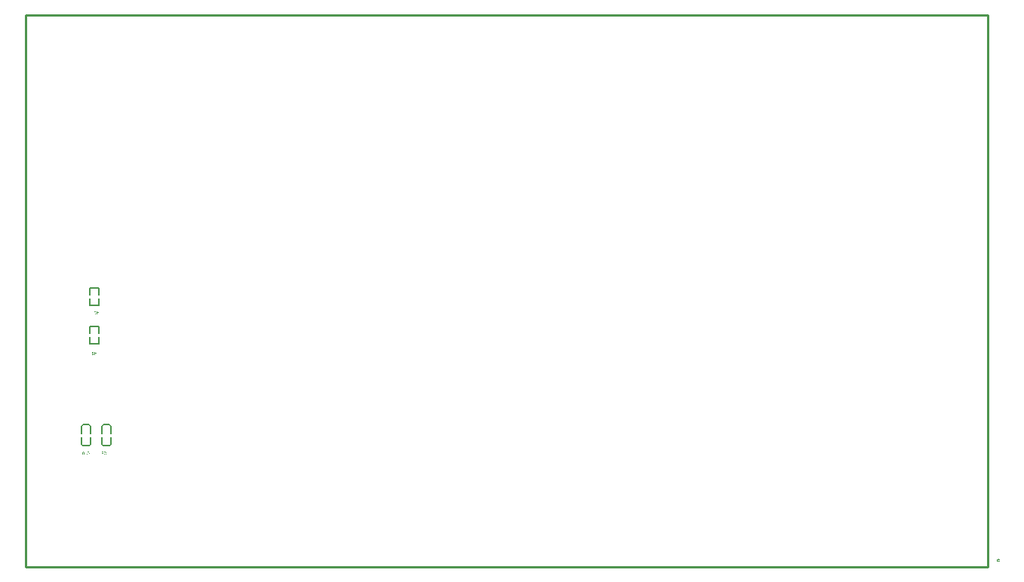
<source format=gbo>
G04*
G04 #@! TF.GenerationSoftware,Altium Limited,Altium Designer,25.0.2 (28)*
G04*
G04 Layer_Color=32896*
%FSLAX25Y25*%
%MOIN*%
G70*
G04*
G04 #@! TF.SameCoordinates,2A04F1A2-3F02-4B23-887A-497E0413F5F6*
G04*
G04*
G04 #@! TF.FilePolarity,Positive*
G04*
G01*
G75*
%ADD10C,0.01000*%
%ADD11C,0.00600*%
G36*
X434769Y3525D02*
X434798Y3547D01*
X434813Y3558D01*
X434825Y3568D01*
X434837Y3578D01*
X434845Y3585D01*
X434850Y3590D01*
X434852Y3591D01*
X434860Y3600D01*
X434871Y3611D01*
X434883Y3623D01*
X434895Y3636D01*
X434921Y3666D01*
X434948Y3698D01*
X434973Y3726D01*
X434984Y3739D01*
X434994Y3749D01*
X435001Y3759D01*
X435008Y3766D01*
X435011Y3771D01*
X435013Y3772D01*
X435039Y3802D01*
X435064Y3832D01*
X435086Y3857D01*
X435107Y3882D01*
X435127Y3903D01*
X435147Y3923D01*
X435164Y3942D01*
X435179Y3957D01*
X435192Y3972D01*
X435204Y3983D01*
X435214Y3993D01*
X435222Y4002D01*
X435228Y4007D01*
X435233Y4011D01*
X435235Y4015D01*
X435237D01*
X435267Y4040D01*
X435296Y4061D01*
X435323Y4079D01*
X435346Y4094D01*
X435364Y4106D01*
X435380Y4113D01*
X435389Y4118D01*
X435393Y4119D01*
X435421Y4129D01*
X435448Y4138D01*
X435474Y4143D01*
X435496Y4148D01*
X435516Y4149D01*
X435531Y4151D01*
X435540D01*
X435544D01*
X435572Y4149D01*
X435599Y4146D01*
X435624Y4141D01*
X435647Y4134D01*
X435690Y4116D01*
X435710Y4108D01*
X435726Y4098D01*
X435743Y4086D01*
X435756Y4078D01*
X435768Y4068D01*
X435778Y4060D01*
X435786Y4053D01*
X435791Y4048D01*
X435794Y4045D01*
X435796Y4043D01*
X435814Y4021D01*
X435829Y4000D01*
X435844Y3977D01*
X435856Y3952D01*
X435866Y3927D01*
X435874Y3903D01*
X435886Y3857D01*
X435891Y3836D01*
X435894Y3816D01*
X435896Y3797D01*
X435897Y3781D01*
X435899Y3769D01*
Y3751D01*
X435897Y3718D01*
X435896Y3686D01*
X435891Y3656D01*
X435884Y3630D01*
X435878Y3603D01*
X435869Y3580D01*
X435861Y3558D01*
X435853Y3538D01*
X435843Y3520D01*
X435834Y3505D01*
X435826Y3492D01*
X435819Y3480D01*
X435813Y3472D01*
X435808Y3465D01*
X435806Y3462D01*
X435804Y3460D01*
X435786Y3440D01*
X435766Y3424D01*
X435745Y3409D01*
X435721Y3396D01*
X435700Y3384D01*
X435677Y3374D01*
X435632Y3359D01*
X435612Y3352D01*
X435592Y3347D01*
X435575Y3344D01*
X435560Y3341D01*
X435547Y3339D01*
X435539D01*
X435532Y3337D01*
X435531D01*
X435514Y3498D01*
X435557Y3502D01*
X435594Y3509D01*
X435625Y3520D01*
X435653Y3533D01*
X435673Y3545D01*
X435690Y3557D01*
X435698Y3563D01*
X435702Y3567D01*
X435725Y3593D01*
X435741Y3623D01*
X435753Y3655D01*
X435761Y3683D01*
X435766Y3708D01*
X435768Y3719D01*
Y3729D01*
X435770Y3736D01*
Y3748D01*
X435766Y3786D01*
X435760Y3821D01*
X435750Y3850D01*
X435738Y3875D01*
X435725Y3895D01*
X435715Y3910D01*
X435708Y3918D01*
X435705Y3922D01*
X435680Y3945D01*
X435653Y3962D01*
X435629Y3973D01*
X435604Y3982D01*
X435582Y3986D01*
X435564Y3988D01*
X435557Y3990D01*
X435554D01*
X435550D01*
X435549D01*
X435532D01*
X435516Y3986D01*
X435481Y3978D01*
X435449Y3967D01*
X435421Y3953D01*
X435396Y3938D01*
X435386Y3932D01*
X435376Y3927D01*
X435369Y3922D01*
X435364Y3918D01*
X435361Y3917D01*
X435360Y3915D01*
X435340Y3900D01*
X435320Y3882D01*
X435298Y3862D01*
X435275Y3841D01*
X435230Y3794D01*
X435187Y3748D01*
X435167Y3726D01*
X435149Y3704D01*
X435132Y3684D01*
X435117Y3668D01*
X435106Y3655D01*
X435097Y3643D01*
X435091Y3636D01*
X435089Y3635D01*
X435049Y3587D01*
X435013Y3545D01*
X434979Y3510D01*
X434951Y3482D01*
X434928Y3459D01*
X434910Y3442D01*
X434903Y3437D01*
X434898Y3432D01*
X434896Y3430D01*
X434895Y3429D01*
X434863Y3404D01*
X434833Y3382D01*
X434805Y3366D01*
X434779Y3351D01*
X434757Y3339D01*
X434740Y3333D01*
X434734Y3329D01*
X434729Y3328D01*
X434727Y3326D01*
X434725D01*
X434705Y3319D01*
X434687Y3314D01*
X434669Y3311D01*
X434652Y3309D01*
X434637Y3308D01*
X434627D01*
X434621D01*
X434618D01*
Y4153D01*
X434769D01*
Y3525D01*
D02*
G37*
G36*
X435894Y2942D02*
X435157D01*
X435114Y2941D01*
X435074Y2939D01*
X435038Y2936D01*
X435004Y2931D01*
X434974Y2924D01*
X434948Y2918D01*
X434925Y2911D01*
X434905Y2903D01*
X434887Y2896D01*
X434871Y2888D01*
X434858Y2881D01*
X434848Y2876D01*
X434842Y2869D01*
X434837Y2866D01*
X434833Y2864D01*
X434832Y2863D01*
X434817Y2846D01*
X434805Y2828D01*
X434794Y2808D01*
X434784Y2788D01*
X434769Y2743D01*
X434759Y2700D01*
X434755Y2680D01*
X434754Y2660D01*
X434752Y2642D01*
X434750Y2627D01*
X434749Y2615D01*
Y2597D01*
X434750Y2557D01*
X434755Y2522D01*
X434762Y2491D01*
X434770Y2464D01*
X434777Y2443D01*
X434784Y2426D01*
X434789Y2416D01*
X434790Y2414D01*
Y2413D01*
X434808Y2386D01*
X434827Y2365D01*
X434848Y2347D01*
X434867Y2331D01*
X434885Y2320D01*
X434898Y2313D01*
X434908Y2308D01*
X434910Y2307D01*
X434911D01*
X434928Y2302D01*
X434945Y2297D01*
X434983Y2290D01*
X435024Y2283D01*
X435064Y2280D01*
X435082D01*
X435101Y2278D01*
X435115D01*
X435131Y2277D01*
X435140D01*
X435150D01*
X435155D01*
X435157D01*
X435894D01*
Y2107D01*
X435155D01*
X435119D01*
X435084Y2109D01*
X435051Y2112D01*
X435019Y2116D01*
X434991Y2119D01*
X434965Y2122D01*
X434941Y2127D01*
X434920Y2132D01*
X434900Y2136D01*
X434883Y2141D01*
X434868Y2144D01*
X434857Y2149D01*
X434847Y2151D01*
X434840Y2154D01*
X434837Y2156D01*
X434835D01*
X434794Y2177D01*
X434759Y2202D01*
X434727Y2229D01*
X434702Y2255D01*
X434682Y2280D01*
X434669Y2300D01*
X434664Y2307D01*
X434661Y2313D01*
X434657Y2317D01*
Y2318D01*
X434637Y2363D01*
X434622Y2413D01*
X434611Y2461D01*
X434604Y2507D01*
X434601Y2529D01*
X434599Y2549D01*
X434598Y2567D01*
Y2582D01*
X434596Y2596D01*
Y2612D01*
X434598Y2645D01*
X434599Y2678D01*
X434603Y2708D01*
X434608Y2737D01*
X434613Y2763D01*
X434618Y2786D01*
X434624Y2810D01*
X434631Y2829D01*
X434637Y2848D01*
X434644Y2864D01*
X434649Y2878D01*
X434654Y2889D01*
X434659Y2898D01*
X434662Y2904D01*
X434666Y2908D01*
Y2909D01*
X434679Y2929D01*
X434694Y2949D01*
X434725Y2982D01*
X434755Y3009D01*
X434785Y3030D01*
X434810Y3047D01*
X434822Y3054D01*
X434832Y3059D01*
X434838Y3062D01*
X434845Y3065D01*
X434848Y3067D01*
X434850D01*
X434871Y3075D01*
X434895Y3082D01*
X434945Y3094D01*
X434996Y3100D01*
X435046Y3107D01*
X435067Y3108D01*
X435089Y3110D01*
X435107D01*
X435124Y3112D01*
X435137D01*
X435147D01*
X435154D01*
X435155D01*
X435894D01*
Y2942D01*
D02*
G37*
G36*
X36436Y113650D02*
X36462Y113648D01*
X36512Y113638D01*
X36555Y113623D01*
X36573Y113615D01*
X36592Y113608D01*
X36607Y113600D01*
X36621Y113592D01*
X36633Y113584D01*
X36643Y113577D01*
X36651Y113572D01*
X36656Y113567D01*
X36660Y113565D01*
X36661Y113564D01*
X36680Y113547D01*
X36696Y113529D01*
X36724Y113489D01*
X36746Y113449D01*
X36764Y113411D01*
X36771Y113393D01*
X36776Y113376D01*
X36781Y113359D01*
X36784Y113348D01*
X36788Y113336D01*
X36789Y113328D01*
X36791Y113323D01*
Y113321D01*
X36635Y113293D01*
X36626Y113333D01*
X36617Y113368D01*
X36603Y113398D01*
X36590Y113421D01*
X36578Y113441D01*
X36568Y113454D01*
X36562Y113461D01*
X36558Y113464D01*
X36533Y113484D01*
X36509Y113497D01*
X36482Y113507D01*
X36459Y113515D01*
X36437Y113519D01*
X36419Y113520D01*
X36412Y113522D01*
X36404D01*
X36371Y113520D01*
X36343Y113514D01*
X36316Y113504D01*
X36294Y113494D01*
X36278Y113482D01*
X36265Y113474D01*
X36258Y113467D01*
X36255Y113464D01*
X36235Y113442D01*
X36220Y113417D01*
X36210Y113394D01*
X36202Y113373D01*
X36198Y113353D01*
X36197Y113338D01*
X36195Y113326D01*
Y113324D01*
Y113323D01*
X36197Y113303D01*
X36198Y113285D01*
X36208Y113251D01*
X36220Y113223D01*
X36235Y113200D01*
X36250Y113183D01*
X36263Y113170D01*
X36273Y113163D01*
X36275Y113160D01*
X36276D01*
X36306Y113144D01*
X36338Y113130D01*
X36367Y113122D01*
X36396Y113115D01*
X36419Y113112D01*
X36439Y113110D01*
X36446Y113109D01*
X36464D01*
X36472Y113110D01*
X36477Y113112D01*
X36480D01*
X36499Y112974D01*
X36475Y112979D01*
X36454Y112984D01*
X36434Y112988D01*
X36417Y112989D01*
X36406Y112991D01*
X36388D01*
X36348Y112988D01*
X36313Y112979D01*
X36283Y112969D01*
X36256Y112956D01*
X36236Y112943D01*
X36222Y112933D01*
X36211Y112925D01*
X36208Y112921D01*
X36195Y112908D01*
X36185Y112893D01*
X36167Y112865D01*
X36153Y112835D01*
X36145Y112807D01*
X36140Y112782D01*
X36138Y112770D01*
Y112762D01*
X36137Y112753D01*
Y112749D01*
Y112745D01*
Y112743D01*
Y112724D01*
X36140Y112704D01*
X36148Y112667D01*
X36162Y112634D01*
X36175Y112607D01*
X36188Y112584D01*
X36202Y112568D01*
X36206Y112563D01*
X36210Y112558D01*
X36211Y112556D01*
X36213Y112554D01*
X36228Y112541D01*
X36243Y112529D01*
X36275Y112510D01*
X36306Y112496D01*
X36336Y112488D01*
X36361Y112481D01*
X36373Y112480D01*
X36382D01*
X36389Y112478D01*
X36401D01*
X36434Y112481D01*
X36465Y112488D01*
X36492Y112496D01*
X36515Y112508D01*
X36535Y112518D01*
X36549Y112528D01*
X36557Y112534D01*
X36560Y112536D01*
X36572Y112548D01*
X36582Y112561D01*
X36600Y112592D01*
X36617Y112624D01*
X36628Y112655D01*
X36638Y112685D01*
X36641Y112697D01*
X36645Y112709D01*
X36646Y112717D01*
X36648Y112724D01*
X36650Y112729D01*
Y112730D01*
X36806Y112709D01*
X36803Y112679D01*
X36796Y112651D01*
X36789Y112626D01*
X36779Y112601D01*
X36769Y112577D01*
X36759Y112556D01*
X36748Y112536D01*
X36738Y112518D01*
X36726Y112503D01*
X36716Y112488D01*
X36706Y112476D01*
X36698Y112466D01*
X36690Y112458D01*
X36685Y112453D01*
X36681Y112450D01*
X36680Y112448D01*
X36658Y112430D01*
X36636Y112415D01*
X36613Y112402D01*
X36588Y112390D01*
X36565Y112382D01*
X36542Y112373D01*
X36499Y112362D01*
X36479Y112357D01*
X36459Y112353D01*
X36442Y112352D01*
X36429Y112350D01*
X36417Y112348D01*
X36401D01*
X36366Y112350D01*
X36334Y112353D01*
X36303Y112358D01*
X36275Y112367D01*
X36246Y112375D01*
X36222Y112385D01*
X36198Y112395D01*
X36177Y112407D01*
X36158Y112417D01*
X36142Y112426D01*
X36127Y112436D01*
X36115Y112445D01*
X36105Y112453D01*
X36099Y112458D01*
X36095Y112461D01*
X36094Y112463D01*
X36072Y112485D01*
X36054Y112508D01*
X36037Y112533D01*
X36022Y112556D01*
X36011Y112581D01*
X36001Y112604D01*
X35992Y112627D01*
X35986Y112649D01*
X35981Y112669D01*
X35977Y112687D01*
X35974Y112704D01*
X35972Y112719D01*
X35971Y112730D01*
Y112740D01*
Y112745D01*
Y112747D01*
X35974Y112792D01*
X35981Y112830D01*
X35991Y112865D01*
X36002Y112895D01*
X36014Y112919D01*
X36019Y112928D01*
X36024Y112936D01*
X36027Y112943D01*
X36031Y112948D01*
X36034Y112949D01*
Y112951D01*
X36059Y112979D01*
X36089Y113003D01*
X36117Y113022D01*
X36145Y113037D01*
X36170Y113047D01*
X36182Y113052D01*
X36192Y113056D01*
X36198Y113057D01*
X36205Y113059D01*
X36208Y113061D01*
X36210D01*
X36180Y113077D01*
X36153Y113094D01*
X36130Y113112D01*
X36112Y113130D01*
X36097Y113145D01*
X36087Y113157D01*
X36080Y113165D01*
X36079Y113169D01*
X36064Y113195D01*
X36052Y113222D01*
X36046Y113247D01*
X36039Y113270D01*
X36035Y113290D01*
X36034Y113306D01*
Y113316D01*
Y113318D01*
Y113320D01*
X36035Y113351D01*
X36040Y113381D01*
X36049Y113409D01*
X36057Y113434D01*
X36067Y113454D01*
X36074Y113471D01*
X36080Y113481D01*
X36082Y113482D01*
Y113484D01*
X36100Y113512D01*
X36122Y113535D01*
X36145Y113557D01*
X36167Y113575D01*
X36187Y113589D01*
X36202Y113598D01*
X36208Y113602D01*
X36213Y113605D01*
X36215Y113607D01*
X36217D01*
X36250Y113622D01*
X36283Y113633D01*
X36314Y113640D01*
X36344Y113647D01*
X36369Y113650D01*
X36381D01*
X36389Y113652D01*
X36407D01*
X36436Y113650D01*
D02*
G37*
G36*
X38029Y112370D02*
X37860D01*
Y112936D01*
X37641D01*
X37622Y112934D01*
X37606D01*
X37593Y112933D01*
X37583Y112931D01*
X37576D01*
X37573Y112929D01*
X37571D01*
X37543Y112919D01*
X37530Y112915D01*
X37518Y112908D01*
X37508Y112903D01*
X37501Y112898D01*
X37496Y112896D01*
X37495Y112895D01*
X37480Y112883D01*
X37465Y112871D01*
X37450Y112856D01*
X37437Y112841D01*
X37425Y112830D01*
X37417Y112818D01*
X37410Y112812D01*
X37408Y112808D01*
X37388Y112783D01*
X37369Y112755D01*
X37349Y112727D01*
X37329Y112699D01*
X37312Y112674D01*
X37304Y112662D01*
X37297Y112652D01*
X37292Y112646D01*
X37289Y112639D01*
X37286Y112636D01*
Y112634D01*
X37118Y112370D01*
X36905D01*
X37126Y112715D01*
X37151Y112752D01*
X37176Y112785D01*
X37199Y112815D01*
X37221Y112838D01*
X37241Y112858D01*
X37254Y112873D01*
X37264Y112881D01*
X37266Y112885D01*
X37267D01*
X37282Y112896D01*
X37297Y112908D01*
X37330Y112929D01*
X37345Y112938D01*
X37357Y112944D01*
X37365Y112948D01*
X37369Y112949D01*
X37335Y112954D01*
X37304Y112961D01*
X37276Y112969D01*
X37249Y112978D01*
X37224Y112988D01*
X37201Y112997D01*
X37181Y113007D01*
X37163Y113017D01*
X37148Y113027D01*
X37135Y113037D01*
X37123Y113046D01*
X37113Y113052D01*
X37106Y113059D01*
X37100Y113064D01*
X37098Y113066D01*
X37096Y113067D01*
X37081Y113085D01*
X37066Y113104D01*
X37055Y113124D01*
X37045Y113142D01*
X37030Y113180D01*
X37020Y113217D01*
X37013Y113248D01*
X37012Y113261D01*
X37010Y113273D01*
X37008Y113283D01*
Y113290D01*
Y113295D01*
Y113296D01*
X37010Y113335D01*
X37017Y113371D01*
X37025Y113404D01*
X37035Y113432D01*
X37045Y113456D01*
X37053Y113474D01*
X37056Y113481D01*
X37060Y113486D01*
X37061Y113487D01*
Y113489D01*
X37083Y113519D01*
X37106Y113545D01*
X37130Y113567D01*
X37153Y113584D01*
X37173Y113597D01*
X37189Y113605D01*
X37196Y113608D01*
X37201Y113610D01*
X37203Y113612D01*
X37204D01*
X37221Y113618D01*
X37241Y113623D01*
X37282Y113632D01*
X37325Y113638D01*
X37367Y113642D01*
X37387Y113643D01*
X37405Y113645D01*
X37420D01*
X37435Y113647D01*
X38029D01*
Y112370D01*
D02*
G37*
G36*
X35412Y95639D02*
X35444Y95637D01*
X35474Y95632D01*
X35500Y95626D01*
X35527Y95619D01*
X35550Y95611D01*
X35572Y95603D01*
X35592Y95594D01*
X35610Y95584D01*
X35625Y95576D01*
X35638Y95568D01*
X35650Y95561D01*
X35658Y95554D01*
X35665Y95549D01*
X35668Y95548D01*
X35670Y95546D01*
X35690Y95528D01*
X35706Y95508D01*
X35721Y95486D01*
X35734Y95463D01*
X35746Y95442D01*
X35756Y95418D01*
X35771Y95373D01*
X35778Y95354D01*
X35783Y95334D01*
X35786Y95317D01*
X35789Y95302D01*
X35791Y95289D01*
Y95280D01*
X35792Y95274D01*
Y95272D01*
X35631Y95256D01*
X35628Y95299D01*
X35622Y95335D01*
X35610Y95367D01*
X35597Y95395D01*
X35585Y95415D01*
X35573Y95432D01*
X35567Y95440D01*
X35563Y95443D01*
X35537Y95467D01*
X35507Y95483D01*
X35475Y95495D01*
X35447Y95503D01*
X35422Y95508D01*
X35411Y95510D01*
X35401D01*
X35394Y95511D01*
X35383D01*
X35344Y95508D01*
X35309Y95501D01*
X35280Y95491D01*
X35255Y95480D01*
X35235Y95467D01*
X35220Y95456D01*
X35212Y95450D01*
X35208Y95446D01*
X35185Y95422D01*
X35168Y95395D01*
X35157Y95370D01*
X35148Y95345D01*
X35143Y95324D01*
X35142Y95305D01*
X35140Y95299D01*
Y95296D01*
Y95292D01*
Y95290D01*
Y95274D01*
X35143Y95257D01*
X35152Y95222D01*
X35163Y95191D01*
X35177Y95163D01*
X35192Y95138D01*
X35198Y95128D01*
X35203Y95118D01*
X35208Y95111D01*
X35212Y95106D01*
X35213Y95103D01*
X35215Y95101D01*
X35230Y95081D01*
X35248Y95061D01*
X35268Y95040D01*
X35289Y95017D01*
X35336Y94972D01*
X35383Y94929D01*
X35404Y94909D01*
X35426Y94890D01*
X35446Y94874D01*
X35462Y94859D01*
X35475Y94847D01*
X35487Y94839D01*
X35494Y94832D01*
X35495Y94831D01*
X35544Y94791D01*
X35585Y94754D01*
X35620Y94721D01*
X35648Y94693D01*
X35671Y94670D01*
X35688Y94651D01*
X35693Y94645D01*
X35698Y94640D01*
X35699Y94638D01*
X35701Y94636D01*
X35726Y94605D01*
X35748Y94575D01*
X35764Y94547D01*
X35779Y94520D01*
X35791Y94499D01*
X35798Y94482D01*
X35801Y94475D01*
X35803Y94471D01*
X35804Y94469D01*
Y94467D01*
X35811Y94447D01*
X35816Y94429D01*
X35819Y94411D01*
X35821Y94394D01*
X35822Y94379D01*
Y94369D01*
Y94363D01*
Y94359D01*
X34977D01*
Y94510D01*
X35605D01*
X35583Y94540D01*
X35572Y94555D01*
X35562Y94567D01*
X35552Y94578D01*
X35545Y94587D01*
X35540Y94592D01*
X35539Y94593D01*
X35530Y94602D01*
X35519Y94613D01*
X35507Y94625D01*
X35494Y94636D01*
X35464Y94663D01*
X35432Y94690D01*
X35404Y94714D01*
X35391Y94726D01*
X35381Y94736D01*
X35371Y94743D01*
X35364Y94749D01*
X35359Y94753D01*
X35358Y94754D01*
X35328Y94781D01*
X35298Y94806D01*
X35273Y94827D01*
X35248Y94849D01*
X35226Y94869D01*
X35206Y94889D01*
X35188Y94905D01*
X35173Y94920D01*
X35158Y94934D01*
X35147Y94945D01*
X35137Y94955D01*
X35129Y94964D01*
X35124Y94970D01*
X35118Y94975D01*
X35115Y94977D01*
Y94978D01*
X35090Y95008D01*
X35069Y95038D01*
X35050Y95065D01*
X35035Y95088D01*
X35024Y95106D01*
X35017Y95121D01*
X35012Y95131D01*
X35011Y95135D01*
X35001Y95163D01*
X34992Y95189D01*
X34987Y95216D01*
X34982Y95237D01*
X34981Y95257D01*
X34979Y95272D01*
Y95282D01*
Y95285D01*
X34981Y95314D01*
X34984Y95340D01*
X34989Y95365D01*
X34996Y95388D01*
X35014Y95432D01*
X35022Y95451D01*
X35032Y95468D01*
X35044Y95485D01*
X35052Y95498D01*
X35062Y95510D01*
X35070Y95520D01*
X35077Y95528D01*
X35082Y95533D01*
X35085Y95536D01*
X35087Y95538D01*
X35109Y95556D01*
X35130Y95571D01*
X35153Y95586D01*
X35178Y95598D01*
X35203Y95608D01*
X35226Y95616D01*
X35273Y95627D01*
X35294Y95632D01*
X35314Y95636D01*
X35333Y95637D01*
X35349Y95639D01*
X35361Y95641D01*
X35379D01*
X35412Y95639D01*
D02*
G37*
G36*
X37023Y94359D02*
X36853D01*
Y94925D01*
X36634D01*
X36616Y94924D01*
X36599D01*
X36586Y94922D01*
X36576Y94920D01*
X36569D01*
X36566Y94919D01*
X36564D01*
X36536Y94909D01*
X36523Y94904D01*
X36511Y94897D01*
X36501Y94892D01*
X36495Y94887D01*
X36490Y94885D01*
X36488Y94884D01*
X36473Y94872D01*
X36458Y94861D01*
X36443Y94846D01*
X36430Y94831D01*
X36418Y94819D01*
X36410Y94807D01*
X36403Y94801D01*
X36402Y94797D01*
X36382Y94773D01*
X36362Y94744D01*
X36342Y94716D01*
X36322Y94688D01*
X36305Y94663D01*
X36297Y94651D01*
X36290Y94641D01*
X36285Y94635D01*
X36282Y94628D01*
X36279Y94625D01*
Y94623D01*
X36111Y94359D01*
X35899D01*
X36119Y94705D01*
X36144Y94741D01*
X36169Y94774D01*
X36193Y94804D01*
X36214Y94827D01*
X36234Y94847D01*
X36247Y94862D01*
X36257Y94871D01*
X36259Y94874D01*
X36261D01*
X36276Y94885D01*
X36290Y94897D01*
X36324Y94919D01*
X36339Y94927D01*
X36350Y94934D01*
X36359Y94937D01*
X36362Y94939D01*
X36329Y94944D01*
X36297Y94950D01*
X36269Y94959D01*
X36242Y94967D01*
X36217Y94977D01*
X36194Y94987D01*
X36174Y94997D01*
X36156Y95007D01*
X36141Y95017D01*
X36128Y95027D01*
X36116Y95035D01*
X36106Y95042D01*
X36100Y95048D01*
X36093Y95053D01*
X36091Y95055D01*
X36090Y95056D01*
X36075Y95075D01*
X36060Y95093D01*
X36048Y95113D01*
X36038Y95131D01*
X36023Y95169D01*
X36013Y95206D01*
X36007Y95237D01*
X36005Y95251D01*
X36003Y95262D01*
X36002Y95272D01*
Y95279D01*
Y95284D01*
Y95285D01*
X36003Y95324D01*
X36010Y95360D01*
X36018Y95393D01*
X36028Y95422D01*
X36038Y95445D01*
X36046Y95463D01*
X36050Y95470D01*
X36053Y95475D01*
X36055Y95476D01*
Y95478D01*
X36076Y95508D01*
X36100Y95534D01*
X36123Y95556D01*
X36146Y95573D01*
X36166Y95586D01*
X36183Y95594D01*
X36189Y95598D01*
X36194Y95599D01*
X36196Y95601D01*
X36198D01*
X36214Y95608D01*
X36234Y95613D01*
X36276Y95621D01*
X36319Y95627D01*
X36360Y95631D01*
X36380Y95632D01*
X36398Y95634D01*
X36413D01*
X36428Y95636D01*
X37023D01*
Y94359D01*
D02*
G37*
G36*
X32104Y51412D02*
X32126Y51382D01*
X32149Y51352D01*
X32171Y51327D01*
X32192Y51304D01*
X32209Y51287D01*
X32215Y51281D01*
X32220Y51276D01*
X32224Y51274D01*
X32225Y51272D01*
X32263Y51241D01*
X32302Y51213D01*
X32342Y51186D01*
X32376Y51164D01*
X32408Y51148D01*
X32421Y51139D01*
X32433Y51135D01*
X32441Y51130D01*
X32448Y51126D01*
X32453Y51123D01*
X32454D01*
Y50970D01*
X32426Y50982D01*
X32398Y50995D01*
X32370Y51008D01*
X32345Y51022D01*
X32323Y51033D01*
X32305Y51043D01*
X32298Y51047D01*
X32293Y51050D01*
X32292Y51051D01*
X32290D01*
X32257Y51071D01*
X32229Y51091D01*
X32202Y51110D01*
X32181Y51126D01*
X32164Y51139D01*
X32151Y51151D01*
X32144Y51158D01*
X32141Y51159D01*
Y50162D01*
X31985D01*
Y51443D01*
X32086D01*
X32104Y51412D01*
D02*
G37*
G36*
X33308Y51456D02*
X33366Y51448D01*
X33419Y51435D01*
X33442Y51428D01*
X33465Y51422D01*
X33485Y51413D01*
X33503Y51407D01*
X33518Y51400D01*
X33532Y51393D01*
X33542Y51389D01*
X33550Y51385D01*
X33555Y51384D01*
X33557Y51382D01*
X33582Y51367D01*
X33606Y51350D01*
X33650Y51314D01*
X33688Y51277D01*
X33718Y51241D01*
X33731Y51222D01*
X33742Y51208D01*
X33753Y51193D01*
X33759Y51181D01*
X33766Y51171D01*
X33771Y51163D01*
X33772Y51158D01*
X33774Y51156D01*
X33787Y51128D01*
X33799Y51098D01*
X33817Y51040D01*
X33830Y50982D01*
X33836Y50954D01*
X33839Y50927D01*
X33842Y50902D01*
X33845Y50880D01*
X33847Y50861D01*
Y50842D01*
X33849Y50829D01*
Y50817D01*
Y50811D01*
Y50809D01*
X33845Y50743D01*
X33839Y50678D01*
X33834Y50650D01*
X33827Y50622D01*
X33822Y50595D01*
X33816Y50570D01*
X33809Y50547D01*
X33804Y50527D01*
X33797Y50510D01*
X33792Y50495D01*
X33789Y50484D01*
X33786Y50474D01*
X33782Y50469D01*
Y50467D01*
X33769Y50439D01*
X33754Y50411D01*
X33739Y50386D01*
X33723Y50363D01*
X33706Y50339D01*
X33689Y50319D01*
X33674Y50301D01*
X33658Y50286D01*
X33643Y50271D01*
X33630Y50258D01*
X33616Y50248D01*
X33606Y50240D01*
X33597Y50231D01*
X33590Y50226D01*
X33586Y50225D01*
X33585Y50223D01*
X33560Y50208D01*
X33533Y50197D01*
X33505Y50185D01*
X33477Y50175D01*
X33421Y50160D01*
X33367Y50150D01*
X33342Y50147D01*
X33321Y50145D01*
X33299Y50143D01*
X33283Y50142D01*
X33268Y50140D01*
X33248D01*
X33211Y50142D01*
X33176Y50145D01*
X33143Y50150D01*
X33112Y50157D01*
X33082Y50165D01*
X33054Y50175D01*
X33029Y50183D01*
X33004Y50195D01*
X32984Y50205D01*
X32966Y50213D01*
X32949Y50223D01*
X32936Y50231D01*
X32924Y50238D01*
X32917Y50243D01*
X32912Y50246D01*
X32911Y50248D01*
X32886Y50270D01*
X32863Y50293D01*
X32841Y50318D01*
X32823Y50344D01*
X32805Y50371D01*
X32790Y50396D01*
X32775Y50422D01*
X32763Y50447D01*
X32752Y50472D01*
X32743Y50494D01*
X32735Y50514D01*
X32728Y50530D01*
X32725Y50545D01*
X32722Y50557D01*
X32718Y50564D01*
Y50565D01*
X32888Y50608D01*
X32896Y50578D01*
X32904Y50552D01*
X32914Y50527D01*
X32924Y50502D01*
X32936Y50481D01*
X32946Y50460D01*
X32957Y50442D01*
X32969Y50427D01*
X32979Y50412D01*
X32989Y50401D01*
X32999Y50389D01*
X33005Y50381D01*
X33012Y50374D01*
X33017Y50369D01*
X33020Y50368D01*
X33022Y50366D01*
X33040Y50351D01*
X33060Y50339D01*
X33080Y50328D01*
X33102Y50319D01*
X33142Y50305D01*
X33180Y50295D01*
X33196Y50291D01*
X33213Y50290D01*
X33226Y50288D01*
X33240Y50286D01*
X33250Y50285D01*
X33263D01*
X33306Y50288D01*
X33346Y50295D01*
X33382Y50303D01*
X33415Y50314D01*
X33442Y50326D01*
X33454Y50331D01*
X33462Y50334D01*
X33470Y50339D01*
X33475Y50341D01*
X33479Y50344D01*
X33480D01*
X33515Y50369D01*
X33545Y50397D01*
X33570Y50427D01*
X33591Y50457D01*
X33608Y50484D01*
X33613Y50495D01*
X33618Y50505D01*
X33623Y50514D01*
X33626Y50520D01*
X33628Y50524D01*
Y50525D01*
X33643Y50572D01*
X33655Y50622D01*
X33663Y50668D01*
X33668Y50713D01*
X33671Y50733D01*
Y50751D01*
X33673Y50768D01*
X33674Y50783D01*
Y50794D01*
Y50802D01*
Y50807D01*
Y50809D01*
X33673Y50856D01*
X33668Y50900D01*
X33661Y50942D01*
X33655Y50980D01*
X33651Y50995D01*
X33648Y51010D01*
X33645Y51023D01*
X33641Y51035D01*
X33638Y51043D01*
X33636Y51050D01*
X33635Y51053D01*
Y51055D01*
X33618Y51098D01*
X33597Y51135D01*
X33573Y51168D01*
X33550Y51194D01*
X33530Y51216D01*
X33514Y51231D01*
X33507Y51237D01*
X33502Y51241D01*
X33498Y51244D01*
X33497D01*
X33477Y51257D01*
X33457Y51267D01*
X33415Y51286D01*
X33374Y51299D01*
X33336Y51307D01*
X33318Y51309D01*
X33301Y51312D01*
X33286Y51314D01*
X33274D01*
X33264Y51315D01*
X33250D01*
X33203Y51312D01*
X33162Y51306D01*
X33125Y51296D01*
X33094Y51284D01*
X33069Y51271D01*
X33059Y51266D01*
X33050Y51261D01*
X33044Y51257D01*
X33039Y51254D01*
X33037Y51251D01*
X33035D01*
X33020Y51237D01*
X33005Y51224D01*
X32979Y51193D01*
X32957Y51159D01*
X32939Y51126D01*
X32924Y51096D01*
X32919Y51083D01*
X32914Y51071D01*
X32911Y51061D01*
X32908Y51055D01*
X32906Y51050D01*
Y51048D01*
X32740Y51088D01*
X32750Y51120D01*
X32763Y51151D01*
X32776Y51179D01*
X32791Y51206D01*
X32806Y51229D01*
X32821Y51252D01*
X32836Y51272D01*
X32851Y51291D01*
X32866Y51307D01*
X32879Y51322D01*
X32893Y51334D01*
X32903Y51344D01*
X32911Y51352D01*
X32919Y51357D01*
X32923Y51360D01*
X32924Y51362D01*
X32949Y51379D01*
X32976Y51395D01*
X33002Y51407D01*
X33029Y51418D01*
X33057Y51428D01*
X33084Y51437D01*
X33133Y51448D01*
X33157Y51451D01*
X33178Y51455D01*
X33198Y51456D01*
X33215Y51458D01*
X33228Y51460D01*
X33278D01*
X33308Y51456D01*
D02*
G37*
G36*
X31218Y51440D02*
X31262Y51432D01*
X31302Y51420D01*
X31335Y51407D01*
X31350Y51398D01*
X31362Y51392D01*
X31374Y51385D01*
X31382Y51380D01*
X31389Y51375D01*
X31394Y51372D01*
X31397Y51370D01*
X31399Y51369D01*
X31430Y51339D01*
X31458Y51304D01*
X31482Y51267D01*
X31501Y51234D01*
X31517Y51202D01*
X31523Y51189D01*
X31528Y51178D01*
X31531Y51168D01*
X31535Y51161D01*
X31536Y51156D01*
Y51154D01*
X31545Y51128D01*
X31551Y51100D01*
X31563Y51040D01*
X31571Y50978D01*
X31576Y50920D01*
X31580Y50894D01*
Y50869D01*
X31581Y50847D01*
X31583Y50829D01*
Y50813D01*
Y50801D01*
Y50794D01*
Y50791D01*
X31581Y50726D01*
X31578Y50665D01*
X31571Y50610D01*
X31563Y50559D01*
X31555Y50510D01*
X31543Y50469D01*
X31531Y50431D01*
X31520Y50396D01*
X31508Y50366D01*
X31498Y50341D01*
X31487Y50319D01*
X31478Y50301D01*
X31470Y50288D01*
X31463Y50280D01*
X31460Y50273D01*
X31458Y50271D01*
X31437Y50248D01*
X31415Y50228D01*
X31392Y50210D01*
X31369Y50195D01*
X31344Y50183D01*
X31319Y50172D01*
X31296Y50163D01*
X31273Y50157D01*
X31251Y50152D01*
X31231Y50147D01*
X31214Y50143D01*
X31198Y50142D01*
X31186D01*
X31176Y50140D01*
X31168D01*
X31143Y50142D01*
X31118Y50143D01*
X31073Y50152D01*
X31033Y50163D01*
X31000Y50178D01*
X30985Y50185D01*
X30974Y50192D01*
X30962Y50198D01*
X30954Y50203D01*
X30947Y50208D01*
X30940Y50212D01*
X30939Y50215D01*
X30937D01*
X30904Y50245D01*
X30876Y50280D01*
X30852Y50314D01*
X30833Y50349D01*
X30818Y50379D01*
X30811Y50393D01*
X30806Y50404D01*
X30803Y50414D01*
X30799Y50421D01*
X30798Y50426D01*
Y50427D01*
X30789Y50454D01*
X30783Y50482D01*
X30771Y50542D01*
X30763Y50603D01*
X30756Y50661D01*
X30755Y50688D01*
X30753Y50713D01*
Y50734D01*
X30751Y50753D01*
Y50769D01*
Y50781D01*
Y50788D01*
Y50791D01*
Y50826D01*
X30753Y50859D01*
X30755Y50889D01*
X30756Y50917D01*
X30758Y50945D01*
X30761Y50968D01*
X30763Y50992D01*
X30766Y51012D01*
X30770Y51030D01*
X30771Y51047D01*
X30775Y51060D01*
X30776Y51071D01*
X30778Y51080D01*
X30779Y51086D01*
X30781Y51090D01*
Y51091D01*
X30793Y51131D01*
X30804Y51169D01*
X30818Y51201D01*
X30831Y51229D01*
X30843Y51252D01*
X30851Y51269D01*
X30854Y51274D01*
X30858Y51279D01*
X30859Y51281D01*
Y51282D01*
X30879Y51310D01*
X30901Y51334D01*
X30922Y51354D01*
X30942Y51372D01*
X30960Y51385D01*
X30974Y51393D01*
X30984Y51400D01*
X30985Y51402D01*
X30987D01*
X31017Y51415D01*
X31048Y51425D01*
X31078Y51433D01*
X31106Y51438D01*
X31131Y51442D01*
X31141D01*
X31151Y51443D01*
X31193D01*
X31218Y51440D01*
D02*
G37*
G36*
X39713Y51442D02*
X39743Y51438D01*
X39773Y51432D01*
X39799Y51425D01*
X39824Y51415D01*
X39848Y51405D01*
X39871Y51395D01*
X39889Y51384D01*
X39907Y51372D01*
X39924Y51362D01*
X39937Y51352D01*
X39949Y51342D01*
X39957Y51335D01*
X39964Y51329D01*
X39967Y51325D01*
X39969Y51324D01*
X39989Y51301D01*
X40005Y51277D01*
X40020Y51251D01*
X40034Y51226D01*
X40045Y51199D01*
X40053Y51173D01*
X40067Y51123D01*
X40072Y51101D01*
X40075Y51080D01*
X40078Y51060D01*
X40080Y51043D01*
X40082Y51030D01*
Y51020D01*
Y51013D01*
Y51012D01*
X40080Y50977D01*
X40077Y50945D01*
X40072Y50914D01*
X40065Y50885D01*
X40057Y50859D01*
X40047Y50834D01*
X40037Y50811D01*
X40027Y50791D01*
X40017Y50773D01*
X40007Y50756D01*
X39997Y50741D01*
X39989Y50731D01*
X39982Y50721D01*
X39977Y50714D01*
X39974Y50711D01*
X39972Y50709D01*
X39951Y50690D01*
X39929Y50671D01*
X39907Y50656D01*
X39884Y50643D01*
X39861Y50631D01*
X39839Y50623D01*
X39818Y50615D01*
X39798Y50610D01*
X39778Y50605D01*
X39761Y50602D01*
X39745Y50598D01*
X39731Y50597D01*
X39720Y50595D01*
X39705D01*
X39670Y50597D01*
X39637Y50602D01*
X39607Y50610D01*
X39582Y50618D01*
X39559Y50626D01*
X39544Y50635D01*
X39537Y50637D01*
X39532Y50640D01*
X39531Y50642D01*
X39529D01*
X39501Y50660D01*
X39474Y50680D01*
X39453Y50700D01*
X39434Y50719D01*
X39419Y50736D01*
X39408Y50751D01*
X39401Y50759D01*
X39399Y50763D01*
Y50749D01*
Y50739D01*
Y50733D01*
Y50731D01*
X39401Y50695D01*
X39403Y50660D01*
X39406Y50626D01*
X39411Y50598D01*
X39416Y50573D01*
X39418Y50564D01*
X39419Y50555D01*
X39421Y50548D01*
Y50543D01*
X39423Y50540D01*
Y50538D01*
X39431Y50505D01*
X39441Y50476D01*
X39451Y50451D01*
X39461Y50429D01*
X39469Y50412D01*
X39474Y50399D01*
X39479Y50393D01*
X39481Y50389D01*
X39494Y50369D01*
X39509Y50353D01*
X39524Y50338D01*
X39539Y50324D01*
X39551Y50314D01*
X39560Y50308D01*
X39569Y50303D01*
X39570Y50301D01*
X39592Y50291D01*
X39614Y50283D01*
X39635Y50278D01*
X39653Y50273D01*
X39672Y50271D01*
X39685Y50270D01*
X39697D01*
X39726Y50271D01*
X39755Y50276D01*
X39778Y50285D01*
X39798Y50293D01*
X39814Y50301D01*
X39826Y50309D01*
X39833Y50314D01*
X39836Y50316D01*
X39854Y50336D01*
X39869Y50359D01*
X39882Y50384D01*
X39891Y50411D01*
X39899Y50432D01*
X39904Y50452D01*
X39906Y50459D01*
Y50464D01*
X39907Y50467D01*
Y50469D01*
X40058Y50457D01*
X40053Y50429D01*
X40049Y50404D01*
X40042Y50379D01*
X40034Y50358D01*
X40024Y50336D01*
X40015Y50316D01*
X40005Y50300D01*
X39995Y50283D01*
X39985Y50270D01*
X39977Y50258D01*
X39969Y50246D01*
X39961Y50238D01*
X39954Y50231D01*
X39949Y50226D01*
X39947Y50225D01*
X39946Y50223D01*
X39927Y50208D01*
X39907Y50197D01*
X39887Y50185D01*
X39868Y50175D01*
X39826Y50160D01*
X39788Y50150D01*
X39770Y50147D01*
X39753Y50145D01*
X39740Y50143D01*
X39726Y50142D01*
X39717Y50140D01*
X39702D01*
X39675Y50142D01*
X39650Y50143D01*
X39604Y50152D01*
X39562Y50163D01*
X39526Y50178D01*
X39511Y50185D01*
X39496Y50192D01*
X39484Y50198D01*
X39474Y50203D01*
X39466Y50208D01*
X39461Y50212D01*
X39457Y50215D01*
X39456D01*
X39418Y50246D01*
X39386Y50281D01*
X39358Y50318D01*
X39336Y50354D01*
X39318Y50386D01*
X39312Y50399D01*
X39307Y50412D01*
X39301Y50422D01*
X39298Y50429D01*
X39296Y50434D01*
Y50436D01*
X39287Y50464D01*
X39278Y50494D01*
X39265Y50557D01*
X39257Y50623D01*
X39253Y50655D01*
X39250Y50685D01*
X39248Y50714D01*
X39247Y50741D01*
X39245Y50764D01*
X39243Y50786D01*
Y50802D01*
Y50816D01*
Y50822D01*
Y50826D01*
Y50869D01*
X39245Y50909D01*
X39248Y50945D01*
X39252Y50980D01*
X39257Y51013D01*
X39260Y51042D01*
X39265Y51068D01*
X39270Y51093D01*
X39277Y51115D01*
X39282Y51133D01*
X39285Y51148D01*
X39290Y51161D01*
X39293Y51171D01*
X39296Y51179D01*
X39298Y51183D01*
Y51184D01*
X39320Y51229D01*
X39345Y51267D01*
X39371Y51299D01*
X39396Y51327D01*
X39419Y51347D01*
X39438Y51364D01*
X39444Y51369D01*
X39449Y51372D01*
X39453Y51375D01*
X39454D01*
X39494Y51398D01*
X39534Y51415D01*
X39572Y51427D01*
X39607Y51435D01*
X39637Y51440D01*
X39650Y51442D01*
X39660D01*
X39670Y51443D01*
X39682D01*
X39713Y51442D01*
D02*
G37*
G36*
X40815Y51456D02*
X40874Y51448D01*
X40927Y51435D01*
X40950Y51428D01*
X40973Y51422D01*
X40993Y51413D01*
X41011Y51407D01*
X41026Y51400D01*
X41039Y51393D01*
X41050Y51389D01*
X41058Y51385D01*
X41063Y51384D01*
X41064Y51382D01*
X41089Y51367D01*
X41114Y51350D01*
X41157Y51314D01*
X41196Y51277D01*
X41225Y51241D01*
X41239Y51222D01*
X41250Y51208D01*
X41260Y51193D01*
X41267Y51181D01*
X41274Y51171D01*
X41279Y51163D01*
X41280Y51158D01*
X41282Y51156D01*
X41295Y51128D01*
X41307Y51098D01*
X41325Y51040D01*
X41338Y50982D01*
X41343Y50954D01*
X41347Y50927D01*
X41350Y50902D01*
X41353Y50880D01*
X41355Y50861D01*
Y50842D01*
X41357Y50829D01*
Y50817D01*
Y50811D01*
Y50809D01*
X41353Y50743D01*
X41347Y50678D01*
X41342Y50650D01*
X41335Y50622D01*
X41330Y50595D01*
X41323Y50570D01*
X41317Y50547D01*
X41312Y50527D01*
X41305Y50510D01*
X41300Y50495D01*
X41297Y50484D01*
X41293Y50474D01*
X41290Y50469D01*
Y50467D01*
X41277Y50439D01*
X41262Y50411D01*
X41247Y50386D01*
X41230Y50363D01*
X41214Y50339D01*
X41197Y50319D01*
X41182Y50301D01*
X41166Y50286D01*
X41151Y50271D01*
X41137Y50258D01*
X41124Y50248D01*
X41114Y50240D01*
X41104Y50231D01*
X41098Y50226D01*
X41094Y50225D01*
X41093Y50223D01*
X41068Y50208D01*
X41041Y50197D01*
X41013Y50185D01*
X40985Y50175D01*
X40928Y50160D01*
X40875Y50150D01*
X40850Y50147D01*
X40829Y50145D01*
X40807Y50143D01*
X40791Y50142D01*
X40776Y50140D01*
X40756D01*
X40719Y50142D01*
X40684Y50145D01*
X40651Y50150D01*
X40620Y50157D01*
X40590Y50165D01*
X40562Y50175D01*
X40536Y50183D01*
X40512Y50195D01*
X40492Y50205D01*
X40473Y50213D01*
X40457Y50223D01*
X40444Y50231D01*
X40432Y50238D01*
X40425Y50243D01*
X40420Y50246D01*
X40419Y50248D01*
X40394Y50270D01*
X40371Y50293D01*
X40349Y50318D01*
X40331Y50344D01*
X40312Y50371D01*
X40297Y50396D01*
X40283Y50422D01*
X40271Y50447D01*
X40259Y50472D01*
X40251Y50494D01*
X40243Y50514D01*
X40236Y50530D01*
X40233Y50545D01*
X40229Y50557D01*
X40226Y50564D01*
Y50565D01*
X40395Y50608D01*
X40404Y50578D01*
X40412Y50552D01*
X40422Y50527D01*
X40432Y50502D01*
X40444Y50481D01*
X40454Y50460D01*
X40465Y50442D01*
X40477Y50427D01*
X40487Y50412D01*
X40497Y50401D01*
X40507Y50389D01*
X40513Y50381D01*
X40520Y50374D01*
X40525Y50369D01*
X40528Y50368D01*
X40530Y50366D01*
X40548Y50351D01*
X40568Y50339D01*
X40588Y50328D01*
X40610Y50319D01*
X40649Y50305D01*
X40688Y50295D01*
X40704Y50291D01*
X40721Y50290D01*
X40734Y50288D01*
X40747Y50286D01*
X40757Y50285D01*
X40771D01*
X40814Y50288D01*
X40854Y50295D01*
X40890Y50303D01*
X40923Y50314D01*
X40950Y50326D01*
X40962Y50331D01*
X40970Y50334D01*
X40978Y50339D01*
X40983Y50341D01*
X40986Y50344D01*
X40988D01*
X41023Y50369D01*
X41053Y50397D01*
X41078Y50427D01*
X41099Y50457D01*
X41116Y50484D01*
X41121Y50495D01*
X41126Y50505D01*
X41131Y50514D01*
X41134Y50520D01*
X41136Y50524D01*
Y50525D01*
X41151Y50572D01*
X41162Y50622D01*
X41171Y50668D01*
X41176Y50713D01*
X41179Y50733D01*
Y50751D01*
X41181Y50768D01*
X41182Y50783D01*
Y50794D01*
Y50802D01*
Y50807D01*
Y50809D01*
X41181Y50856D01*
X41176Y50900D01*
X41169Y50942D01*
X41162Y50980D01*
X41159Y50995D01*
X41156Y51010D01*
X41152Y51023D01*
X41149Y51035D01*
X41146Y51043D01*
X41144Y51050D01*
X41142Y51053D01*
Y51055D01*
X41126Y51098D01*
X41104Y51135D01*
X41081Y51168D01*
X41058Y51194D01*
X41038Y51216D01*
X41021Y51231D01*
X41015Y51237D01*
X41010Y51241D01*
X41006Y51244D01*
X41005D01*
X40985Y51257D01*
X40965Y51267D01*
X40923Y51286D01*
X40882Y51299D01*
X40844Y51307D01*
X40825Y51309D01*
X40809Y51312D01*
X40794Y51314D01*
X40782D01*
X40772Y51315D01*
X40757D01*
X40711Y51312D01*
X40669Y51306D01*
X40633Y51296D01*
X40601Y51284D01*
X40576Y51271D01*
X40566Y51266D01*
X40558Y51261D01*
X40551Y51257D01*
X40547Y51254D01*
X40545Y51251D01*
X40543D01*
X40528Y51237D01*
X40513Y51224D01*
X40487Y51193D01*
X40465Y51159D01*
X40447Y51126D01*
X40432Y51096D01*
X40427Y51083D01*
X40422Y51071D01*
X40419Y51061D01*
X40415Y51055D01*
X40414Y51050D01*
Y51048D01*
X40248Y51088D01*
X40258Y51120D01*
X40271Y51151D01*
X40284Y51179D01*
X40299Y51206D01*
X40314Y51229D01*
X40329Y51252D01*
X40344Y51272D01*
X40359Y51291D01*
X40374Y51307D01*
X40387Y51322D01*
X40400Y51334D01*
X40410Y51344D01*
X40419Y51352D01*
X40427Y51357D01*
X40430Y51360D01*
X40432Y51362D01*
X40457Y51379D01*
X40483Y51395D01*
X40510Y51407D01*
X40536Y51418D01*
X40565Y51428D01*
X40591Y51437D01*
X40641Y51448D01*
X40664Y51451D01*
X40686Y51455D01*
X40706Y51456D01*
X40723Y51458D01*
X40736Y51460D01*
X40786D01*
X40815Y51456D01*
D02*
G37*
%LPC*%
G36*
X37860Y113505D02*
X37432D01*
X37407Y113502D01*
X37385Y113500D01*
X37365Y113496D01*
X37345Y113492D01*
X37329Y113487D01*
X37314Y113481D01*
X37301Y113476D01*
X37277Y113464D01*
X37262Y113456D01*
X37252Y113449D01*
X37249Y113446D01*
X37227Y113423D01*
X37211Y113398D01*
X37199Y113373D01*
X37191Y113349D01*
X37186Y113328D01*
X37184Y113311D01*
X37183Y113305D01*
Y113300D01*
Y113298D01*
Y113296D01*
X37184Y113273D01*
X37188Y113253D01*
X37194Y113233D01*
X37199Y113217D01*
X37206Y113202D01*
X37212Y113192D01*
X37216Y113183D01*
X37218Y113182D01*
X37231Y113163D01*
X37247Y113147D01*
X37264Y113134D01*
X37279Y113124D01*
X37294Y113115D01*
X37305Y113110D01*
X37314Y113107D01*
X37317Y113105D01*
X37344Y113097D01*
X37372Y113092D01*
X37403Y113087D01*
X37432Y113085D01*
X37458Y113084D01*
X37470Y113082D01*
X37860D01*
Y113505D01*
D02*
G37*
G36*
X36853Y95495D02*
X36425D01*
X36400Y95491D01*
X36378Y95490D01*
X36359Y95485D01*
X36339Y95481D01*
X36322Y95476D01*
X36307Y95470D01*
X36294Y95465D01*
X36271Y95453D01*
X36256Y95445D01*
X36246Y95438D01*
X36242Y95435D01*
X36221Y95412D01*
X36204Y95387D01*
X36193Y95362D01*
X36184Y95339D01*
X36179Y95317D01*
X36178Y95301D01*
X36176Y95294D01*
Y95289D01*
Y95287D01*
Y95285D01*
X36178Y95262D01*
X36181Y95242D01*
X36188Y95222D01*
X36193Y95206D01*
X36199Y95191D01*
X36206Y95181D01*
X36209Y95173D01*
X36211Y95171D01*
X36224Y95153D01*
X36241Y95136D01*
X36257Y95123D01*
X36272Y95113D01*
X36287Y95105D01*
X36299Y95100D01*
X36307Y95096D01*
X36310Y95095D01*
X36337Y95086D01*
X36365Y95081D01*
X36397Y95076D01*
X36425Y95075D01*
X36452Y95073D01*
X36463Y95071D01*
X36853D01*
Y95495D01*
D02*
G37*
G36*
X31179Y51314D02*
X31170D01*
X31150Y51312D01*
X31130Y51309D01*
X31111Y51304D01*
X31095Y51297D01*
X31063Y51281D01*
X31037Y51262D01*
X31015Y51242D01*
X31000Y51226D01*
X30994Y51219D01*
X30990Y51214D01*
X30987Y51211D01*
Y51209D01*
X30974Y51188D01*
X30962Y51161D01*
X30952Y51133D01*
X30944Y51101D01*
X30937Y51066D01*
X30931Y51032D01*
X30922Y50962D01*
X30919Y50929D01*
X30916Y50895D01*
X30914Y50867D01*
Y50842D01*
X30912Y50821D01*
Y50804D01*
Y50794D01*
Y50792D01*
Y50791D01*
Y50734D01*
X30916Y50683D01*
X30919Y50637D01*
X30924Y50593D01*
X30929Y50555D01*
X30935Y50520D01*
X30942Y50490D01*
X30949Y50464D01*
X30957Y50441D01*
X30964Y50422D01*
X30970Y50406D01*
X30975Y50394D01*
X30980Y50384D01*
X30984Y50378D01*
X30985Y50374D01*
X30987Y50373D01*
X31000Y50354D01*
X31015Y50339D01*
X31030Y50324D01*
X31047Y50313D01*
X31062Y50303D01*
X31077Y50295D01*
X31105Y50283D01*
X31130Y50275D01*
X31141Y50273D01*
X31150Y50271D01*
X31158Y50270D01*
X31168D01*
X31188Y50271D01*
X31206Y50275D01*
X31224Y50280D01*
X31241Y50286D01*
X31273Y50303D01*
X31299Y50321D01*
X31321Y50339D01*
X31335Y50356D01*
X31341Y50363D01*
X31345Y50368D01*
X31347Y50371D01*
X31349Y50373D01*
X31362Y50394D01*
X31372Y50421D01*
X31382Y50449D01*
X31390Y50482D01*
X31399Y50515D01*
X31404Y50550D01*
X31412Y50620D01*
X31415Y50655D01*
X31418Y50686D01*
X31420Y50714D01*
Y50739D01*
X31422Y50761D01*
Y50778D01*
Y50788D01*
Y50789D01*
Y50791D01*
X31420Y50847D01*
X31418Y50899D01*
X31415Y50947D01*
X31409Y50990D01*
X31404Y51030D01*
X31397Y51065D01*
X31389Y51096D01*
X31382Y51123D01*
X31374Y51148D01*
X31367Y51168D01*
X31360Y51184D01*
X31354Y51198D01*
X31349Y51208D01*
X31345Y51216D01*
X31344Y51219D01*
X31342Y51221D01*
X31329Y51237D01*
X31316Y51252D01*
X31302Y51264D01*
X31287Y51274D01*
X31259Y51291D01*
X31231Y51302D01*
X31208Y51309D01*
X31188Y51312D01*
X31179Y51314D01*
D02*
G37*
G36*
X39673D02*
X39663D01*
X39645Y51312D01*
X39627Y51310D01*
X39592Y51302D01*
X39562Y51289D01*
X39537Y51274D01*
X39517Y51259D01*
X39502Y51247D01*
X39492Y51237D01*
X39489Y51236D01*
Y51234D01*
X39476Y51219D01*
X39466Y51202D01*
X39448Y51168D01*
X39434Y51131D01*
X39426Y51098D01*
X39421Y51066D01*
X39419Y51053D01*
Y51042D01*
X39418Y51033D01*
Y51027D01*
Y51022D01*
Y51020D01*
Y50995D01*
X39421Y50972D01*
X39429Y50929D01*
X39441Y50892D01*
X39453Y50862D01*
X39466Y50839D01*
X39472Y50829D01*
X39478Y50822D01*
X39483Y50816D01*
X39486Y50811D01*
X39487Y50809D01*
X39489Y50807D01*
X39502Y50794D01*
X39517Y50783D01*
X39546Y50764D01*
X39575Y50751D01*
X39604Y50743D01*
X39628Y50736D01*
X39640Y50734D01*
X39649D01*
X39657Y50733D01*
X39667D01*
X39687Y50734D01*
X39707Y50736D01*
X39741Y50744D01*
X39773Y50756D01*
X39799Y50771D01*
X39821Y50784D01*
X39836Y50796D01*
X39846Y50804D01*
X39848Y50807D01*
X39849D01*
X39863Y50822D01*
X39873Y50837D01*
X39891Y50871D01*
X39902Y50904D01*
X39912Y50935D01*
X39917Y50963D01*
X39919Y50975D01*
Y50987D01*
X39921Y50995D01*
Y51002D01*
Y51005D01*
Y51007D01*
X39919Y51032D01*
X39917Y51055D01*
X39909Y51098D01*
X39896Y51136D01*
X39882Y51168D01*
X39876Y51181D01*
X39869Y51194D01*
X39863Y51204D01*
X39856Y51213D01*
X39851Y51219D01*
X39848Y51224D01*
X39844Y51226D01*
Y51227D01*
X39829Y51242D01*
X39814Y51256D01*
X39799Y51267D01*
X39785Y51277D01*
X39753Y51292D01*
X39725Y51304D01*
X39700Y51309D01*
X39690Y51310D01*
X39682Y51312D01*
X39673Y51314D01*
D02*
G37*
%LPD*%
D10*
X5600Y506D02*
Y244600D01*
X430797Y506D02*
Y244600D01*
X5600Y506D02*
X430797D01*
X5600Y244600D02*
X430797D01*
D11*
X33663Y54199D02*
G03*
X34263Y54799I0J600D01*
G01*
X30337D02*
G03*
X30937Y54199I600J0D01*
G01*
X34263Y62801D02*
G03*
X33663Y63401I-600J0D01*
G01*
X30937D02*
G03*
X30337Y62801I0J-600D01*
G01*
X42663Y54199D02*
G03*
X43263Y54799I0J600D01*
G01*
X39337D02*
G03*
X39937Y54199I600J0D01*
G01*
X43263Y62801D02*
G03*
X42663Y63401I-600J0D01*
G01*
X39937D02*
G03*
X39337Y62801I0J-600D01*
G01*
X37963Y120891D02*
Y123717D01*
X34037D02*
X37963D01*
X34037Y120891D02*
Y123717D01*
X37963Y116282D02*
Y119109D01*
X34037Y116282D02*
X37963D01*
X34037D02*
Y119109D01*
X30337Y54799D02*
Y57909D01*
X34263Y54799D02*
Y57909D01*
X30937Y54199D02*
X33663D01*
X30337Y59691D02*
Y62801D01*
X34263Y59691D02*
Y62801D01*
X30937Y63401D02*
X33663D01*
X39337Y54799D02*
Y57909D01*
X43263Y54799D02*
Y57909D01*
X39937Y54199D02*
X42663D01*
X39337Y59691D02*
Y62801D01*
X43263Y59691D02*
Y62801D01*
X39937Y63401D02*
X42663D01*
X37963Y103891D02*
Y106718D01*
X34037D02*
X37963D01*
X34037Y103891D02*
Y106718D01*
X37963Y99282D02*
Y102109D01*
X34037Y99282D02*
X37963D01*
X34037D02*
Y102109D01*
M02*

</source>
